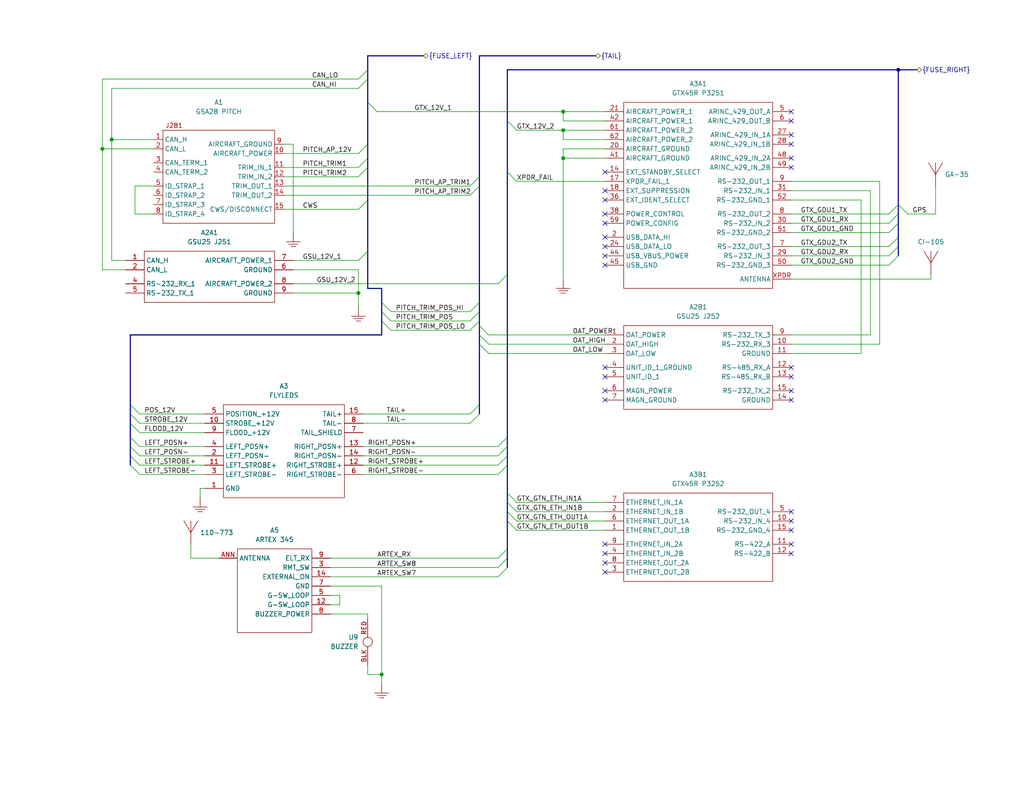
<source format=kicad_sch>
(kicad_sch (version 20250114) (generator "eeschema") (generator_version "9.0")
  (paper "USLetter")
  (title_block (title "RV-7 Electrical") (date "2025-08-19") (rev "1") (company "Ivan Dubrov"))
  (lib_symbols
    (symbol "ANTENNA_1" (pin_numbers (hide yes)) (pin_names (offset 0) (hide yes))
      (symbol "ANTENNA_1_0_1"
        (polyline (pts (xy 0 -3.175) (xy -1.905 0)))
        (polyline (pts (xy 0 -3.175) (xy 0 -3.175)))
        (polyline (pts (xy 0 -3.175) (xy 1.905 0)))
        (polyline (pts (xy 0 -6.35) (xy 0 0)))
      )
      (symbol "ANTENNA_1_1_0"
        (pin bidirectional line (at 0 -6.35 90) (length 0) (name "SIGNAL") (number ""))
      )
    )
    (symbol "FlyLeds:ESSENTIAL_CONTROLLER"
      (property "Reference" "U" (at 0 0 0))
      (symbol "ESSENTIAL_CONTROLLER_0_1"
        (rectangle (start -16.51 -2.54) (end 16.51 -27.94))
      )
      (symbol "ESSENTIAL_CONTROLLER_1_0"
        (pin unspecified line (at -21.59 -5.08 0) (length 5.08) (name "POSITION_+12V") (number "5"))
        (pin unspecified line (at -21.59 -7.62 0) (length 5.08) (name "STROBE_+12V") (number "10"))
        (pin unspecified line (at -21.59 -10.16 0) (length 5.08) (name "FLOOD_+12V") (number "9"))
        (pin unspecified line (at -21.59 -13.97 0) (length 5.08) (name "LEFT_POSN+") (number "4"))
        (pin unspecified line (at -21.59 -16.51 0) (length 5.08) (name "LEFT_POSN-") (number "2"))
        (pin unspecified line (at -21.59 -19.05 0) (length 5.08) (name "LEFT_STROBE+") (number "11"))
        (pin unspecified line (at -21.59 -21.59 0) (length 5.08) (name "LEFT_STROBE-") (number "3"))
        (pin unspecified line (at -21.59 -25.4 0) (length 5.08) (name "GND") (number "1"))
        (pin unspecified line (at 21.59 -5.08 180) (length 5.08) (name "TAIL+") (number "15"))
        (pin unspecified line (at 21.59 -7.62 180) (length 5.08) (name "TAIL-") (number "8"))
        (pin unspecified line (at 21.59 -10.16 180) (length 5.08) (name "TAIL_SHIELD") (number "7"))
        (pin unspecified line (at 21.59 -13.97 180) (length 5.08) (name "RIGHT_POSN+") (number "13"))
        (pin unspecified line (at 21.59 -16.51 180) (length 5.08) (name "RIGHT_POSN-") (number "14"))
        (pin unspecified line (at 21.59 -19.05 180) (length 5.08) (name "RIGHT_STROBE+") (number "12"))
        (pin unspecified line (at 21.59 -21.59 180) (length 5.08) (name "RIGHT_STROBE-") (number "6"))
      )
    )
    (symbol "Garmin:GSA28"
      (property "Reference" "U" (at 0 13.97 0))
      (symbol "GSA28_0_1"
        (rectangle (start -15.24 12.7) (end 15.24 -12.7))
      )
      (symbol "GSA28_1_0"
        (pin bidirectional line (at -17.78 10.16 0) (length 2.54) (name "CAN_H") (number "1"))
        (pin bidirectional line (at -17.78 7.62 0) (length 2.54) (name "CAN_L") (number "2"))
        (pin unspecified line (at -17.78 3.81 0) (length 2.54) (name "CAN_TERM_1") (number "3"))
        (pin unspecified line (at -17.78 1.27 0) (length 2.54) (name "CAN_TERM_2") (number "4"))
        (pin unspecified line (at -17.78 -2.54 0) (length 2.54) (name "ID_STRAP_1") (number "5"))
        (pin unspecified line (at -17.78 -5.08 0) (length 2.54) (name "ID_STRAP_2") (number "6"))
        (pin unspecified line (at -17.78 -7.62 0) (length 2.54) (name "ID_STRAP_3") (number "7"))
        (pin unspecified line (at -17.78 -10.16 0) (length 2.54) (name "ID_STRAP_4") (number "8"))
        (pin power_in line (at 17.78 8.89 180) (length 2.54) (name "AIRCRAFT_GROUND") (number "9"))
        (pin power_in line (at 17.78 6.35 180) (length 2.54) (name "AIRCRAFT_POWER") (number "10"))
        (pin input line (at 17.78 2.54 180) (length 2.54) (name "TRIM_IN_1") (number "11"))
        (pin input line (at 17.78 0 180) (length 2.54) (name "TRIM_IN_2") (number "12"))
        (pin output line (at 17.78 -2.54 180) (length 2.54) (name "TRIM_OUT_1") (number "13"))
        (pin output line (at 17.78 -5.08 180) (length 2.54) (name "TRIM_OUT_2") (number "14"))
        (pin input line (at 17.78 -8.89 180) (length 2.54) (name "CWS/DISCONNECT") (number "15"))
      )
      (symbol "GSA28_1_1"
        (text "J281" (at -12.192 13.97 0) (effects (font (size 1.27 1.27))))
      )
    )
    (symbol "Garmin:GSU25_J251"
      (property "Reference" "U" (at 0 11.684 0))
      (symbol "GSU25_J251_1_0"
        (pin bidirectional line (at -22.86 7.62 0) (length 5.08) (name "CAN_H") (number "1"))
        (pin bidirectional line (at -22.86 5.08 0) (length 5.08) (name "CAN_L") (number "2"))
        (pin input line (at -22.86 1.27 0) (length 5.08) (name "RS-232_RX_1") (number "4"))
        (pin output line (at -22.86 -1.27 0) (length 5.08) (name "RS-232_TX_1") (number "5"))
        (pin power_in line (at 22.86 7.62 180) (length 5.08) (name "AIRCRAFT_POWER_1") (number "7"))
        (pin unspecified line (at 22.86 5.08 180) (length 5.08) (name "GROUND") (number "6"))
        (pin power_in line (at 22.86 1.27 180) (length 5.08) (name "AIRCRAFT_POWER_2") (number "8"))
        (pin unspecified line (at 22.86 -1.27 180) (length 5.08) (name "GROUND") (number "9"))
      )
      (symbol "GSU25_J251_1_1"
        (rectangle (start -17.78 10.16) (end 17.78 -3.81))
      )
    )
    (symbol "Garmin:GSU25_J252"
      (property "Reference" "U" (at 0 11.684 0))
      (symbol "GSU25_J252_1_0"
        (pin power_out line (at -25.4 7.62 0) (length 5.08) (name "OAT_POWER") (number "1"))
        (pin input line (at -25.4 5.08 0) (length 5.08) (name "OAT_HIGH") (number "2"))
        (pin input line (at -25.4 2.54 0) (length 5.08) (name "OAT_LOW") (number "3"))
        (pin unspecified line (at -25.4 -1.27 0) (length 5.08) (name "UNIT_ID_1_GROUND") (number "4"))
        (pin input line (at -25.4 -3.81 0) (length 5.08) (name "UNIT_ID_1") (number "5"))
        (pin power_out line (at -25.4 -7.62 0) (length 5.08) (name "MAGN_POWER") (number "6"))
        (pin power_out line (at -25.4 -10.16 0) (length 5.08) (name "MAGN_GROUND") (number "7"))
        (pin output line (at 25.4 7.62 180) (length 5.08) (name "RS-232_TX_3") (number "9"))
        (pin input line (at 25.4 5.08 180) (length 5.08) (name "RS-232_RX_3") (number "10"))
        (pin unspecified line (at 25.4 2.54 180) (length 5.08) (name "GROUND") (number "11"))
        (pin input line (at 25.4 -1.27 180) (length 5.08) (name "RS-485_RX_A") (number "12"))
        (pin input line (at 25.4 -3.81 180) (length 5.08) (name "RS-485_RX_B") (number "13"))
        (pin output line (at 25.4 -7.62 180) (length 5.08) (name "RS-232_TX_2") (number "15"))
        (pin unspecified line (at 25.4 -10.16 180) (length 5.08) (name "GROUND") (number "14"))
      )
      (symbol "GSU25_J252_1_1"
        (rectangle (start -20.32 10.16) (end 20.32 -12.7))
      )
    )
    (symbol "Garmin:GTX45R_P3251"
      (property "Reference" "U" (at 0 14.732 0))
      (symbol "GTX45R_P3251_1_0"
        (pin power_in line (at -25.4 10.16 0) (length 5.08) (name "AIRCRAFT_POWER_1") (number "21"))
        (pin power_in line (at -25.4 7.62 0) (length 5.08) (name "AIRCRAFT_POWER_1") (number "42"))
        (pin input line (at -25.4 2.54 0) (length 5.08) (name "AIRCRAFT_POWER_2") (number "62"))
        (pin power_in line (at -25.4 0 0) (length 5.08) (name "AIRCRAFT_GROUND") (number "20"))
        (pin power_in line (at -25.4 -2.54 0) (length 5.08) (name "AIRCRAFT_GROUND") (number "41"))
        (pin output line (at -25.4 -6.35 0) (length 5.08) (name "EXT_STANDBY_SELECT") (number "14"))
        (pin output line (at -25.4 -8.89 0) (length 5.08) (name "XPDR_FAIL_1") (number "17"))
        (pin bidirectional line (at -25.4 -11.43 0) (length 5.08) (name "EXT_SUPPRESSION") (number "18"))
        (pin input line (at -25.4 -13.97 0) (length 5.08) (name "EXT_IDENT_SELECT") (number "36"))
        (pin input line (at -25.4 -17.78 0) (length 5.08) (name "POWER_CONTROL") (number "38"))
        (pin input line (at -25.4 -20.32 0) (length 5.08) (name "POWER_CONFIG") (number "59"))
        (pin bidirectional line (at -25.4 -24.13 0) (length 5.08) (name "USB_DATA_HI") (number "2"))
        (pin bidirectional line (at -25.4 -26.67 0) (length 5.08) (name "USB_DATA_LO") (number "24"))
        (pin power_in line (at -25.4 -29.21 0) (length 5.08) (name "USB_VBUS_POWER") (number "44"))
        (pin unspecified line (at -25.4 -31.75 0) (length 5.08) (name "USB_GND") (number "45"))
        (pin output line (at 25.4 10.16 180) (length 5.08) (name "ARINC_429_OUT_A") (number "5"))
        (pin output line (at 25.4 7.62 180) (length 5.08) (name "ARINC_429_OUT_B") (number "6"))
        (pin input line (at 25.4 3.81 180) (length 5.08) (name "ARINC_429_IN_1A") (number "27"))
        (pin input line (at 25.4 1.27 180) (length 5.08) (name "ARINC_429_IN_1B") (number "28"))
        (pin input line (at 25.4 -2.54 180) (length 5.08) (name "ARINC_429_IN_2A") (number "48"))
        (pin input line (at 25.4 -5.08 180) (length 5.08) (name "ARINC_429_IN_2B") (number "49"))
        (pin output line (at 25.4 -8.89 180) (length 5.08) (name "RS-232_OUT_1") (number "9"))
        (pin input line (at 25.4 -11.43 180) (length 5.08) (name "RS-232_IN_1") (number "31"))
        (pin unspecified line (at 25.4 -13.97 180) (length 5.08) (name "RS-232_GND_1") (number "52"))
        (pin output line (at 25.4 -17.78 180) (length 5.08) (name "RS-232_OUT_2") (number "8"))
        (pin input line (at 25.4 -20.32 180) (length 5.08) (name "RS-232_IN_2") (number "30"))
        (pin unspecified line (at 25.4 -22.86 180) (length 5.08) (name "RS-232_GND_2") (number "51"))
        (pin output line (at 25.4 -26.67 180) (length 5.08) (name "RS-232_OUT_3") (number "7"))
        (pin input line (at 25.4 -29.21 180) (length 5.08) (name "RS-232_IN_3") (number "29"))
        (pin unspecified line (at 25.4 -31.75 180) (length 5.08) (name "RS-232_GND_3") (number "50"))
        (pin input line (at 25.4 -35.56 180) (length 5.08) (name "ANTENNA") (number "XPDR"))
      )
      (symbol "GTX45R_P3251_1_1"
        (rectangle (start -20.32 12.7) (end 20.32 -38.1))
        (pin input line (at -25.4 5.08 0) (length 5.08) (name "AIRCRAFT_POWER_2") (number "61"))
      )
    )
    (symbol "Garmin:GTX45R_P3252"
      (property "Reference" "U" (at 0 14.732 0))
      (symbol "GTX45R_P3252_1_0"
        (pin input line (at -22.86 10.16 0) (length 5.08) (name "ETHERNET_IN_1A") (number "7"))
        (pin input line (at -22.86 7.62 0) (length 5.08) (name "ETHERNET_IN_1B") (number "2"))
        (pin output line (at -22.86 5.08 0) (length 5.08) (name "ETHERNET_OUT_1A") (number "6"))
        (pin output line (at -22.86 2.54 0) (length 5.08) (name "ETHERNET_OUT_1B") (number "1"))
        (pin input line (at -22.86 -1.27 0) (length 5.08) (name "ETHERNET_IN_2A") (number "9"))
        (pin input line (at -22.86 -3.81 0) (length 5.08) (name "ETHERNET_IN_2B") (number "4"))
        (pin output line (at -22.86 -6.35 0) (length 5.08) (name "ETHERNET_OUT_2A") (number "8"))
        (pin output line (at -22.86 -8.89 0) (length 5.08) (name "ETHERNET_OUT_2B") (number "3"))
        (pin output line (at 27.94 7.62 180) (length 5.08) (name "RS-232_OUT_4") (number "5"))
        (pin input line (at 27.94 5.08 180) (length 5.08) (name "RS-232_IN_4") (number "10"))
        (pin unspecified line (at 27.94 2.54 180) (length 5.08) (name "RS-232_GND_4") (number "15"))
        (pin bidirectional line (at 27.94 -1.27 180) (length 5.08) (name "RS-422_A") (number "11"))
        (pin bidirectional line (at 27.94 -3.81 180) (length 5.08) (name "RS-422_B") (number "12"))
      )
      (symbol "GTX45R_P3252_1_1"
        (rectangle (start -17.78 12.7) (end 22.86 -11.43))
      )
    )
    (symbol "Misc:ANTENNA" (pin_numbers (hide yes)) (pin_names (offset 0) (hide yes))
      (symbol "ANTENNA_0_1"
        (polyline (pts (xy 0 -3.175) (xy -1.905 0)))
        (polyline (pts (xy 0 -3.175) (xy 0 -3.175)))
        (polyline (pts (xy 0 -3.175) (xy 1.905 0)))
        (polyline (pts (xy 0 -6.35) (xy 0 0)))
      )
      (symbol "ANTENNA_1_0"
        (pin output line (at 0 -6.35 90) (length 0) (name "SIGNAL") (number ""))
      )
    )
    (symbol "Misc:ARTEX345"
      (property "Reference" "U" (at 0 0 0))
      (symbol "ARTEX345_0_1"
        (rectangle (start -10.16 -2.54) (end 10.16 -25.4))
      )
      (symbol "ARTEX345_1_1"
        (pin output line (at -15.24 -5.08 0) (length 5.08) (name "ANTENNA") (number "ANN"))
        (pin input line (at 15.24 -5.08 180) (length 5.08) (name "ELT_RX") (number "9"))
        (pin input line (at 15.24 -7.62 180) (length 5.08) (name "RMT_SW") (number "3"))
        (pin input line (at 15.24 -10.16 180) (length 5.08) (name "EXTERNAL_ON") (number "14"))
        (pin unspecified line (at 15.24 -12.7 180) (length 5.08) (name "GND") (number "7"))
        (pin bidirectional line (at 15.24 -15.24 180) (length 5.08) (name "G-SW_LOOP") (number "5"))
        (pin bidirectional line (at 15.24 -17.78 180) (length 5.08) (name "G-SW_LOOP") (number "12"))
        (pin output line (at 15.24 -20.32 180) (length 5.08) (name "BUZZER_POWER") (number "8"))
      )
    )
    (symbol "Misc:BUZZER"
      (property "Reference" "U" (at 0 0 0))
      (symbol "BUZZER_0_1"
        (circle (center 0 -3.81) (radius 1.27))
      )
      (symbol "BUZZER_1_1"
        (pin output line (at -6.35 -3.81 0) (length 5.08) (name "") (number "RED"))
        (pin output line (at 6.35 -3.81 180) (length 5.08) (name "") (number "BLK"))
      )
    )
    (symbol "Misc:GND" (power) (pin_numbers (hide yes)) (pin_names (offset 0) (hide yes))
      (symbol "GND_0_1"
        (polyline (pts (xy -1.905 -1.27) (xy 1.905 -1.27)))
        (polyline (pts (xy -1.27 -1.905) (xy 1.27 -1.905)))
        (polyline (pts (xy -0.635 -2.54) (xy 0.635 -2.54)))
        (polyline (pts (xy 0 1.27) (xy 0 -1.27)))
      )
      (symbol "GND_1_0"
        (pin power_in line (at 0 1.27 270) (length 0) (name "~") (number "1"))
      )
    )
  )
  (junction (at 30.48 38.1))
  (junction (at 153.67 43.18))
  (junction (at 153.67 30.48))
  (junction (at 27.94 40.64))
  (junction (at 153.67 35.56))
  (junction (at 104.14 184.15))
  (junction (at 245.11 19.05))
  (junction (at 97.79 80.01))
  (no_connect (at 165.1 153.67))
  (no_connect (at 165.1 148.59))
  (no_connect (at 215.9 45.72))
  (no_connect (at 165.1 109.22))
  (no_connect (at 215.9 106.68))
  (no_connect (at 165.1 100.33))
  (no_connect (at 165.1 156.21))
  (no_connect (at 165.1 151.13))
  (no_connect (at 215.9 33.02))
  (no_connect (at 215.9 39.37))
  (no_connect (at 165.1 54.61))
  (no_connect (at 215.9 43.18))
  (no_connect (at 165.1 58.42))
  (no_connect (at 165.1 46.99))
  (no_connect (at 215.9 144.78))
  (no_connect (at 165.1 67.31))
  (no_connect (at 215.9 142.24))
  (no_connect (at 215.9 102.87))
  (no_connect (at 165.1 60.96))
  (no_connect (at 165.1 72.39))
  (no_connect (at 215.9 100.33))
  (no_connect (at 165.1 64.77))
  (no_connect (at 165.1 102.87))
  (no_connect (at 165.1 106.68))
  (no_connect (at 215.9 30.48))
  (no_connect (at 215.9 109.22))
  (no_connect (at 165.1 52.07))
  (no_connect (at 215.9 139.7))
  (no_connect (at 215.9 36.83))
  (no_connect (at 215.9 148.59))
  (no_connect (at 165.1 69.85))
  (no_connect (at 215.9 151.13))
  (bus_entry (at 104.14 82.55) (size 2.54 2.54))
  (bus_entry (at 245.11 55.88) (size 2.54 2.54))
  (bus_entry (at 130.81 50.8) (size -2.54 2.54))
  (bus_entry (at 130.81 113.03) (size -2.54 2.54))
  (bus_entry (at 35.56 127) (size 2.54 2.54))
  (bus_entry (at 138.43 124.46) (size -2.54 2.54))
  (bus_entry (at 100.33 68.58) (size -2.54 2.54))
  (bus_entry (at 100.33 39.37) (size -2.54 2.54))
  (bus_entry (at 100.33 19.05) (size -2.54 2.54))
  (bus_entry (at 245.11 58.42) (size -2.54 2.54))
  (bus_entry (at 130.81 48.26) (size -2.54 2.54))
  (bus_entry (at 245.11 64.77) (size -2.54 2.54))
  (bus_entry (at 138.43 134.62) (size 2.54 2.54))
  (bus_entry (at 104.14 87.63) (size 2.54 2.54))
  (bus_entry (at 35.56 110.49) (size 2.54 2.54))
  (bus_entry (at 245.11 69.85) (size -2.54 2.54))
  (bus_entry (at 100.33 21.59) (size -2.54 2.54))
  (bus_entry (at 138.43 142.24) (size 2.54 2.54))
  (bus_entry (at 104.14 85.09) (size 2.54 2.54))
  (bus_entry (at 245.11 60.96) (size -2.54 2.54))
  (bus_entry (at 35.56 119.38) (size 2.54 2.54))
  (bus_entry (at 130.81 82.55) (size -2.54 2.54))
  (bus_entry (at 100.33 45.72) (size -2.54 2.54))
  (bus_entry (at 35.56 115.57) (size 2.54 2.54))
  (bus_entry (at 245.11 67.31) (size -2.54 2.54))
  (bus_entry (at 245.11 55.88) (size -2.54 2.54))
  (bus_entry (at 138.43 33.02) (size 2.54 2.54))
  (bus_entry (at 138.43 127) (size -2.54 2.54))
  (bus_entry (at 138.43 139.7) (size 2.54 2.54))
  (bus_entry (at 100.33 54.61) (size -2.54 2.54))
  (bus_entry (at 35.56 113.03) (size 2.54 2.54))
  (bus_entry (at 130.81 110.49) (size -2.54 2.54))
  (bus_entry (at 138.43 121.92) (size -2.54 2.54))
  (bus_entry (at 130.81 87.63) (size -2.54 2.54))
  (bus_entry (at 130.81 88.9) (size 2.54 2.54))
  (bus_entry (at 138.43 137.16) (size 2.54 2.54))
  (bus_entry (at 100.33 43.18) (size -2.54 2.54))
  (bus_entry (at 138.43 46.99) (size 2.54 2.54))
  (bus_entry (at 130.81 93.98) (size 2.54 2.54))
  (bus_entry (at 35.56 124.46) (size 2.54 2.54))
  (bus_entry (at 100.33 27.94) (size 2.54 2.54))
  (bus_entry (at 130.81 91.44) (size 2.54 2.54))
  (bus_entry (at 130.81 85.09) (size -2.54 2.54))
  (bus_entry (at 138.43 119.38) (size -2.54 2.54))
  (bus_entry (at 138.43 149.86) (size -2.54 2.54))
  (bus_entry (at 138.43 152.4) (size -2.54 2.54))
  (bus_entry (at 138.43 154.94) (size -2.54 2.54))
  (bus_entry (at 35.56 121.92) (size 2.54 2.54))
  (bus_entry (at 138.43 74.93) (size -2.54 2.54))
  (bus (pts (xy 138.43 46.99) (xy 138.43 74.93)))
  (bus (pts (xy 245.11 58.42) (xy 245.11 60.96)))
  (wire (pts (xy 99.06 121.92) (xy 135.89 121.92)))
  (wire (pts (xy 234.95 96.52) (xy 234.95 54.61)))
  (wire (pts (xy 153.67 35.56) (xy 153.67 38.1)))
  (bus (pts (xy 138.43 33.02) (xy 138.43 46.99)))
  (wire (pts (xy 153.67 33.02) (xy 165.1 33.02)))
  (bus (pts (xy 245.11 60.96) (xy 245.11 64.77)))
  (bus (pts (xy 138.43 134.62) (xy 138.43 137.16)))
  (bus (pts (xy 130.81 110.49) (xy 130.81 113.03)))
  (wire (pts (xy 36.83 50.8) (xy 36.83 58.42)))
  (bus (pts (xy 104.14 85.09) (xy 104.14 87.63)))
  (bus (pts (xy 35.56 121.92) (xy 35.56 124.46)))
  (bus (pts (xy 130.81 85.09) (xy 130.81 87.63)))
  (wire (pts (xy 140.97 142.24) (xy 165.1 142.24)))
  (wire (pts (xy 215.9 96.52) (xy 234.95 96.52)))
  (wire (pts (xy 36.83 58.42) (xy 41.91 58.42)))
  (bus (pts (xy 138.43 19.05) (xy 245.11 19.05)))
  (bus (pts (xy 100.33 43.18) (xy 100.33 45.72)))
  (wire (pts (xy 153.67 35.56) (xy 165.1 35.56)))
  (bus (pts (xy 100.33 19.05) (xy 100.33 21.59)))
  (wire (pts (xy 254 76.2) (xy 215.9 76.2)))
  (wire (pts (xy 52.07 152.4) (xy 59.69 152.4)))
  (wire (pts (xy 38.1 127) (xy 55.88 127)))
  (wire (pts (xy 27.94 21.59) (xy 97.79 21.59)))
  (bus (pts (xy 130.81 48.26) (xy 130.81 50.8)))
  (wire (pts (xy 97.79 73.66) (xy 97.79 80.01)))
  (wire (pts (xy 153.67 43.18) (xy 165.1 43.18)))
  (wire (pts (xy 77.47 48.26) (xy 97.79 48.26)))
  (wire (pts (xy 247.65 58.42) (xy 255.27 58.42)))
  (bus (pts (xy 35.56 113.03) (xy 35.56 115.57)))
  (bus (pts (xy 35.56 91.44) (xy 35.56 110.49)))
  (wire (pts (xy 102.87 30.48) (xy 153.67 30.48)))
  (wire (pts (xy 215.9 60.96) (xy 242.57 60.96)))
  (wire (pts (xy 100.33 181.61) (xy 100.33 184.15)))
  (bus (pts (xy 130.81 88.9) (xy 130.81 91.44)))
  (wire (pts (xy 215.9 91.44) (xy 237.49 91.44)))
  (bus (pts (xy 35.56 119.38) (xy 35.56 121.92)))
  (wire (pts (xy 30.48 38.1) (xy 30.48 71.12)))
  (wire (pts (xy 38.1 121.92) (xy 55.88 121.92)))
  (wire (pts (xy 97.79 80.01) (xy 97.79 83.82)))
  (wire (pts (xy 133.35 93.98) (xy 165.1 93.98)))
  (wire (pts (xy 90.17 152.4) (xy 135.89 152.4)))
  (bus (pts (xy 138.43 121.92) (xy 138.43 124.46)))
  (wire (pts (xy 38.1 129.54) (xy 55.88 129.54)))
  (bus (pts (xy 130.81 82.55) (xy 130.81 85.09)))
  (wire (pts (xy 100.33 167.64) (xy 100.33 168.91)))
  (bus (pts (xy 138.43 142.24) (xy 138.43 149.86)))
  (wire (pts (xy 140.97 35.56) (xy 153.67 35.56)))
  (bus (pts (xy 138.43 152.4) (xy 138.43 154.94)))
  (bus (pts (xy 35.56 124.46) (xy 35.56 127)))
  (wire (pts (xy 153.67 30.48) (xy 165.1 30.48)))
  (bus (pts (xy 245.11 67.31) (xy 245.11 69.85)))
  (wire (pts (xy 104.14 184.15) (xy 104.14 186.69)))
  (wire (pts (xy 237.49 52.07) (xy 215.9 52.07)))
  (wire (pts (xy 140.97 139.7) (xy 165.1 139.7)))
  (wire (pts (xy 237.49 91.44) (xy 237.49 52.07)))
  (wire (pts (xy 99.06 124.46) (xy 135.89 124.46)))
  (wire (pts (xy 90.17 167.64) (xy 100.33 167.64)))
  (bus (pts (xy 35.56 115.57) (xy 35.56 119.38)))
  (wire (pts (xy 30.48 38.1) (xy 41.91 38.1)))
  (wire (pts (xy 153.67 38.1) (xy 165.1 38.1)))
  (bus (pts (xy 100.33 21.59) (xy 100.33 27.94)))
  (wire (pts (xy 77.47 41.91) (xy 97.79 41.91)))
  (bus (pts (xy 100.33 27.94) (xy 100.33 39.37)))
  (wire (pts (xy 30.48 24.13) (xy 30.48 38.1)))
  (wire (pts (xy 80.01 80.01) (xy 97.79 80.01)))
  (bus (pts (xy 245.11 55.88) (xy 245.11 58.42)))
  (wire (pts (xy 30.48 24.13) (xy 97.79 24.13)))
  (wire (pts (xy 77.47 57.15) (xy 97.79 57.15)))
  (bus (pts (xy 130.81 93.98) (xy 130.81 91.44)))
  (wire (pts (xy 255.27 50.8) (xy 255.27 58.42)))
  (wire (pts (xy 90.17 162.56) (xy 92.71 162.56)))
  (bus (pts (xy 245.11 19.05) (xy 245.11 55.88)))
  (wire (pts (xy 254 74.93) (xy 254 76.2)))
  (bus (pts (xy 130.81 15.24) (xy 130.81 48.26)))
  (bus (pts (xy 138.43 124.46) (xy 138.43 127)))
  (wire (pts (xy 140.97 144.78) (xy 165.1 144.78)))
  (wire (pts (xy 215.9 72.39) (xy 242.57 72.39)))
  (wire (pts (xy 80.01 73.66) (xy 97.79 73.66)))
  (wire (pts (xy 153.67 30.48) (xy 153.67 33.02)))
  (bus (pts (xy 130.81 93.98) (xy 130.81 110.49)))
  (bus (pts (xy 130.81 15.24) (xy 162.56 15.24)))
  (wire (pts (xy 234.95 54.61) (xy 215.9 54.61)))
  (wire (pts (xy 153.67 43.18) (xy 153.67 76.2)))
  (bus (pts (xy 104.14 78.74) (xy 100.33 78.74)))
  (wire (pts (xy 106.68 87.63) (xy 128.27 87.63)))
  (bus (pts (xy 138.43 137.16) (xy 138.43 139.7)))
  (wire (pts (xy 140.97 137.16) (xy 165.1 137.16)))
  (wire (pts (xy 106.68 85.09) (xy 128.27 85.09)))
  (wire (pts (xy 215.9 58.42) (xy 242.57 58.42)))
  (wire (pts (xy 140.97 49.53) (xy 165.1 49.53)))
  (wire (pts (xy 153.67 40.64) (xy 153.67 43.18)))
  (bus (pts (xy 104.14 78.74) (xy 104.14 82.55)))
  (bus (pts (xy 245.11 19.05) (xy 250.19 19.05)))
  (wire (pts (xy 54.61 133.35) (xy 55.88 133.35)))
  (wire (pts (xy 38.1 118.11) (xy 55.88 118.11)))
  (bus (pts (xy 138.43 19.05) (xy 138.43 33.02)))
  (bus (pts (xy 245.11 64.77) (xy 245.11 67.31)))
  (wire (pts (xy 215.9 63.5) (xy 242.57 63.5)))
  (wire (pts (xy 133.35 91.44) (xy 165.1 91.44)))
  (bus (pts (xy 104.14 91.44) (xy 35.56 91.44)))
  (wire (pts (xy 27.94 40.64) (xy 27.94 73.66)))
  (wire (pts (xy 27.94 73.66) (xy 34.29 73.66)))
  (wire (pts (xy 77.47 50.8) (xy 128.27 50.8)))
  (bus (pts (xy 100.33 15.24) (xy 115.57 15.24)))
  (bus (pts (xy 100.33 78.74) (xy 100.33 68.58)))
  (bus (pts (xy 130.81 87.63) (xy 130.81 88.9)))
  (wire (pts (xy 90.17 154.94) (xy 135.89 154.94)))
  (wire (pts (xy 80.01 39.37) (xy 80.01 63.5)))
  (wire (pts (xy 99.06 115.57) (xy 128.27 115.57)))
  (wire (pts (xy 165.1 40.64) (xy 153.67 40.64)))
  (wire (pts (xy 27.94 40.64) (xy 41.91 40.64)))
  (bus (pts (xy 35.56 110.49) (xy 35.56 113.03)))
  (wire (pts (xy 240.03 49.53) (xy 240.03 93.98)))
  (bus (pts (xy 138.43 127) (xy 138.43 134.62)))
  (bus (pts (xy 100.33 39.37) (xy 100.33 43.18)))
  (wire (pts (xy 54.61 135.89) (xy 54.61 133.35)))
  (bus (pts (xy 138.43 119.38) (xy 138.43 121.92)))
  (wire (pts (xy 133.35 96.52) (xy 165.1 96.52)))
  (wire (pts (xy 38.1 113.03) (xy 55.88 113.03)))
  (bus (pts (xy 138.43 139.7) (xy 138.43 142.24)))
  (bus (pts (xy 138.43 74.93) (xy 138.43 119.38)))
  (wire (pts (xy 77.47 45.72) (xy 97.79 45.72)))
  (wire (pts (xy 27.94 21.59) (xy 27.94 40.64)))
  (bus (pts (xy 130.81 50.8) (xy 130.81 82.55)))
  (wire (pts (xy 104.14 160.02) (xy 104.14 184.15)))
  (wire (pts (xy 38.1 124.46) (xy 55.88 124.46)))
  (wire (pts (xy 52.07 152.4) (xy 52.07 148.59)))
  (wire (pts (xy 240.03 93.98) (xy 215.9 93.98)))
  (wire (pts (xy 92.71 162.56) (xy 92.71 165.1)))
  (wire (pts (xy 99.06 113.03) (xy 128.27 113.03)))
  (wire (pts (xy 106.68 90.17) (xy 128.27 90.17)))
  (wire (pts (xy 80.01 77.47) (xy 135.89 77.47)))
  (bus (pts (xy 104.14 82.55) (xy 104.14 85.09)))
  (wire (pts (xy 99.06 127) (xy 135.89 127)))
  (wire (pts (xy 99.06 129.54) (xy 135.89 129.54)))
  (wire (pts (xy 90.17 157.48) (xy 135.89 157.48)))
  (bus (pts (xy 138.43 149.86) (xy 138.43 152.4)))
  (wire (pts (xy 41.91 50.8) (xy 36.83 50.8)))
  (wire (pts (xy 30.48 71.12) (xy 34.29 71.12)))
  (wire (pts (xy 92.71 165.1) (xy 90.17 165.1)))
  (wire (pts (xy 100.33 184.15) (xy 104.14 184.15)))
  (wire (pts (xy 77.47 39.37) (xy 80.01 39.37)))
  (wire (pts (xy 90.17 160.02) (xy 104.14 160.02)))
  (wire (pts (xy 215.9 69.85) (xy 242.57 69.85)))
  (wire (pts (xy 215.9 49.53) (xy 240.03 49.53)))
  (bus (pts (xy 100.33 45.72) (xy 100.33 54.61)))
  (bus (pts (xy 104.14 87.63) (xy 104.14 91.44)))
  (bus (pts (xy 100.33 54.61) (xy 100.33 68.58)))
  (wire (pts (xy 77.47 53.34) (xy 128.27 53.34)))
  (wire (pts (xy 80.01 71.12) (xy 97.79 71.12)))
  (wire (pts (xy 215.9 67.31) (xy 242.57 67.31)))
  (bus (pts (xy 100.33 15.24) (xy 100.33 19.05)))
  (wire (pts (xy 38.1 115.57) (xy 55.88 115.57)))
  (label "RIGHT_STROBE-" (at 100.33 129.54 0))
  (label "POS_12V" (at 39.37 113.03 0))
  (label "CAN_HI" (at 85.09 24.13 0))
  (label "PITCH_AP_TRIM2" (at 113.03 53.34 0))
  (label "XPDR_FAIL" (at 140.97 49.53 0))
  (label "GTX_12V_1" (at 113.03 30.48 0))
  (label "GPS" (at 248.92 58.42 0))
  (label "GTX_GDU1_TX" (at 218.44 58.42 0))
  (label "GTX_GDU2_TX" (at 218.44 67.31 0))
  (label "ARTEX_SW8" (at 102.87 154.94 0))
  (label "ARTEX_SW7" (at 102.87 157.48 0))
  (label "PITCH_TRIM_POS" (at 107.95 87.63 0))
  (label "GTX_GTN_ETH_IN1B" (at 140.97 139.7 0))
  (label "GTX_GDU1_RX" (at 218.44 60.96 0))
  (label "GTX_12V_2" (at 140.97 35.56 0))
  (label "CWS" (at 82.55 57.15 0))
  (label "PITCH_TRIM_POS_HI" (at 107.95 85.09 0))
  (label "PITCH_AP_12V" (at 82.55 41.91 0))
  (label "RIGHT_POSN-" (at 100.33 124.46 0))
  (label "PITCH_TRIM1" (at 82.55 45.72 0))
  (label "PITCH_AP_TRIM1" (at 113.03 50.8 0))
  (label "GTX_GDU1_GND" (at 218.44 63.5 0))
  (label "LEFT_POSN+" (at 39.37 121.92 0))
  (label "RIGHT_STROBE+" (at 100.33 127 0))
  (label "CAN_LO" (at 85.09 21.59 0))
  (label "STROBE_12V" (at 39.37 115.57 0))
  (label "GTX_GTN_ETH_IN1A" (at 140.97 137.16 0))
  (label "GTX_GDU2_RX" (at 218.44 69.85 0))
  (label "PITCH_TRIM_POS_LO" (at 107.95 90.17 0))
  (label "LEFT_POSN-" (at 39.37 124.46 0))
  (label "GTX_GTN_ETH_OUT1A" (at 140.97 142.24 0))
  (label "GSU_12V_2" (at 86.36 77.47 0))
  (label "LEFT_STROBE+" (at 39.37 127 0))
  (label "ARTEX_RX" (at 102.87 152.4 0))
  (label "LEFT_STROBE-" (at 39.37 129.54 0))
  (label "PITCH_TRIM2" (at 82.55 48.26 0))
  (label "RIGHT_POSN+" (at 100.33 121.92 0))
  (label "TAIL+" (at 105.41 113.03 0))
  (label "OAT_LOW" (at 156.21 96.52 0))
  (label "OAT_HIGH" (at 156.21 93.98 0))
  (label "TAIL-" (at 105.41 115.57 0))
  (label "OAT_POWER" (at 156.21 91.44 0))
  (label "GSU_12V_1" (at 82.55 71.12 0))
  (label "GTX_GTN_ETH_OUT1B" (at 140.97 144.78 0))
  (label "GTX_GDU2_GND" (at 218.44 72.39 0))
  (label "FLOOD_12V" (at 39.37 118.11 0))
  (hierarchical_label "{FUSE_LEFT}" (shape bidirectional) (at 115.57 15.24 0))
  (hierarchical_label "{TAIL}" (shape bidirectional) (at 162.56 15.24 0))
  (hierarchical_label "{FUSE_RIGHT}" (shape bidirectional) (at 250.19 19.05 0))
  (symbol (lib_id "Misc:ANTENNA") (at 254 68.58 0) (unit 1)
    (property "Reference" "A6" (effects (hide yes)))
    (property "Value" "CI-105" (at 254 66.04 0))
    (property "Description" "GTN 650Xi GPS Antenna, at the bottom" (effects (hide yes)))
  )
  (symbol (lib_id "Garmin:GTX45R_P3252") (at 187.96 147.32 0) (unit 1)
    (property "Reference" "A3B1" (at 190.5 129.54 0))
    (property "Value" "GTX45R P3252" (at 190.5 132.08 0))
  )
  (symbol (lib_id "Misc:GND") (at 54.61 137.16 0) (unit 1)
    (property "Reference" "#PWR04" (effects (hide yes)))
    (property "Value" "GND" (effects (hide yes)))
  )
  (symbol (lib_id "Misc:GND") (at 104.14 187.96 0) (unit 1)
    (property "Reference" "#PWR010" (effects (hide yes)))
    (property "Value" "GND" (effects (hide yes)))
  )
  (symbol (lib_id "Garmin:GTX45R_P3251") (at 190.5 40.64 0) (unit 1)
    (property "Reference" "A3A1" (at 190.5 22.86 0))
    (property "Value" "GTX45R P3251" (at 190.5 25.4 0))
  )
  (symbol (lib_id "Misc:GND") (at 153.67 77.47 0) (unit 1)
    (property "Reference" "#PWR013" (effects (hide yes)))
    (property "Value" "GND" (effects (hide yes)))
  )
  (symbol (lib_id "Misc:ANTENNA") (at 255.27 44.45 0) (unit 1)
    (property "Reference" "A7" (effects (hide yes)))
    (property "Value" "GA-35" (at 257.81 47.6249 0) (effects (justify left)))
    (property "Description" "GTN 650Xi GPS Antenna, top under open canopy" (effects (hide yes)))
  )
  (symbol (lib_id "Garmin:GSA28") (at 59.69 48.26 0) (unit 1)
    (property "Reference" "A1" (at 59.69 27.94 0))
    (property "Value" "GSA28 PITCH" (at 59.69 30.48 0))
  )
  (symbol (lib_id "Misc:ARTEX345") (at 74.93 147.32 0) (unit 1)
    (property "Reference" "A5" (at 74.93 144.78 0))
    (property "Value" "ARTEX 345" (at 74.93 147.32 0))
  )
  (symbol (lib_id "Misc:GND") (at 80.01 64.77 0) (unit 1)
    (property "Reference" "#PWR02" (effects (hide yes)))
    (property "Value" "GND" (effects (hide yes)))
  )
  (symbol (lib_id "Misc:BUZZER") (at 104.14 175.26 270) (unit 1)
    (property "Reference" "U9" (at 97.79 173.9899 90) (effects (justify right)))
    (property "Value" "BUZZER" (at 97.79 176.5299 90) (effects (justify right)))
    (property "Description" "452-6505" (effects (hide yes)))
  )
  (symbol (lib_id "Garmin:GSU25_J252") (at 190.5 99.06 0) (unit 1)
    (property "Reference" "A2B1" (at 190.5 83.82 0))
    (property "Value" "GSU25 J252" (at 190.5 86.36 0))
  )
  (symbol (lib_name "ANTENNA_1") (lib_id "Misc:ANTENNA") (at 52.07 142.24 0) (unit 1)
    (property "Reference" "A8" (effects (hide yes)))
    (property "Value" "110-773" (at 54.61 145.4149 0) (effects (justify left)))
    (property "Description" "Artex antenna, close to the vertical stabilizer." (effects (hide yes)))
  )
  (symbol (lib_id "FlyLeds:ESSENTIAL_CONTROLLER") (at 77.47 107.95 0) (unit 1)
    (property "Reference" "A3" (at 77.47 105.41 0))
    (property "Value" "FLYLEDS" (at 77.47 107.95 0))
  )
  (symbol (lib_id "Misc:GND") (at 97.79 85.09 0) (unit 1)
    (property "Reference" "#PWR014" (effects (hide yes)))
    (property "Value" "GND" (effects (hide yes)))
  )
  (symbol (lib_id "Garmin:GSU25_J251") (at 57.15 78.74 0) (unit 1)
    (property "Reference" "A2A1" (at 57.15 63.5 0))
    (property "Value" "GSU25 J251" (at 57.15 66.04 0))
  )
)
</source>
